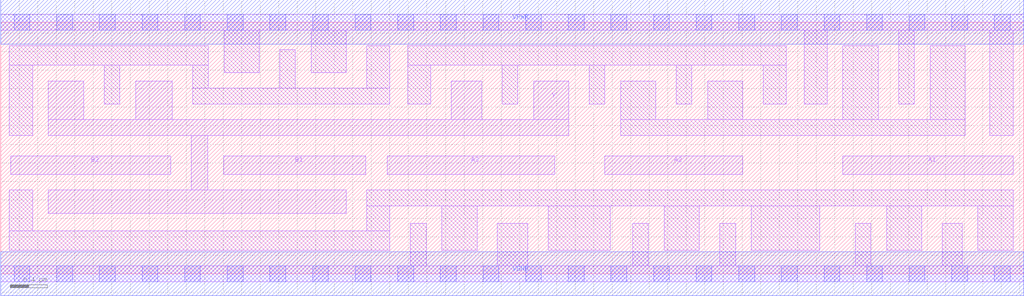
<source format=lef>
# Copyright 2020 The SkyWater PDK Authors
#
# Licensed under the Apache License, Version 2.0 (the "License");
# you may not use this file except in compliance with the License.
# You may obtain a copy of the License at
#
#     https://www.apache.org/licenses/LICENSE-2.0
#
# Unless required by applicable law or agreed to in writing, software
# distributed under the License is distributed on an "AS IS" BASIS,
# WITHOUT WARRANTIES OR CONDITIONS OF ANY KIND, either express or implied.
# See the License for the specific language governing permissions and
# limitations under the License.
#
# SPDX-License-Identifier: Apache-2.0

VERSION 5.7 ;
BUSBITCHARS "[]" ;
DIVIDERCHAR "/" ;
PROPERTYDEFINITIONS
  MACRO maskLayoutSubType STRING ;
  MACRO prCellType STRING ;
  MACRO originalViewName STRING ;
END PROPERTYDEFINITIONS
MACRO sky130_fd_sc_hdll__o32ai_4
  ORIGIN  0.000000  0.000000 ;
  CLASS CORE ;
  SYMMETRY X Y R90 ;
  SIZE  11.04000 BY  2.720000 ;
  SITE unithd ;
  PIN A1
    ANTENNAGATEAREA  1.110000 ;
    DIRECTION INPUT ;
    USE SIGNAL ;
    PORT
      LAYER li1 ;
        RECT 9.090000 1.075000 10.925000 1.275000 ;
    END
  END A1
  PIN A2
    ANTENNAGATEAREA  1.110000 ;
    DIRECTION INPUT ;
    USE SIGNAL ;
    PORT
      LAYER li1 ;
        RECT 6.520000 1.075000 8.010000 1.275000 ;
    END
  END A2
  PIN A3
    ANTENNAGATEAREA  1.110000 ;
    DIRECTION INPUT ;
    USE SIGNAL ;
    PORT
      LAYER li1 ;
        RECT 4.170000 1.075000 5.980000 1.275000 ;
    END
  END A3
  PIN B1
    ANTENNAGATEAREA  1.110000 ;
    DIRECTION INPUT ;
    USE SIGNAL ;
    PORT
      LAYER li1 ;
        RECT 2.405000 1.075000 3.940000 1.275000 ;
    END
  END B1
  PIN B2
    ANTENNAGATEAREA  1.110000 ;
    DIRECTION INPUT ;
    USE SIGNAL ;
    PORT
      LAYER li1 ;
        RECT 0.110000 1.075000 1.835000 1.275000 ;
    END
  END B2
  PIN VGND
    DIRECTION INOUT ;
    USE SIGNAL ;
    PORT
      LAYER met1 ;
        RECT 0.000000 -0.240000 11.040000 0.240000 ;
    END
  END VGND
  PIN VPWR
    DIRECTION INOUT ;
    USE SIGNAL ;
    PORT
      LAYER met1 ;
        RECT 0.000000 2.480000 11.040000 2.960000 ;
    END
  END VPWR
  PIN Y
    ANTENNADIFFAREA  2.024500 ;
    DIRECTION OUTPUT ;
    USE SIGNAL ;
    PORT
      LAYER li1 ;
        RECT 0.515000 0.655000 3.730000 0.905000 ;
        RECT 0.515000 1.495000 6.130000 1.665000 ;
        RECT 0.515000 1.665000 0.895000 2.085000 ;
        RECT 1.455000 1.665000 1.850000 2.085000 ;
        RECT 2.055000 0.905000 2.235000 1.495000 ;
        RECT 4.860000 1.665000 5.190000 2.085000 ;
        RECT 5.750000 1.665000 6.130000 2.085000 ;
    END
  END Y
  OBS
    LAYER li1 ;
      RECT  0.000000 -0.085000 11.040000 0.085000 ;
      RECT  0.000000  2.635000 11.040000 2.805000 ;
      RECT  0.090000  0.255000  4.200000 0.465000 ;
      RECT  0.090000  0.465000  0.345000 0.905000 ;
      RECT  0.090000  1.495000  0.345000 2.255000 ;
      RECT  0.090000  2.255000  2.240000 2.465000 ;
      RECT  1.115000  1.835000  1.285000 2.255000 ;
      RECT  2.070000  1.835000  4.200000 2.005000 ;
      RECT  2.070000  2.005000  2.240000 2.255000 ;
      RECT  2.410000  2.175000  2.790000 2.635000 ;
      RECT  3.010000  2.005000  3.180000 2.425000 ;
      RECT  3.350000  2.175000  3.730000 2.635000 ;
      RECT  3.950000  0.465000  4.200000 0.735000 ;
      RECT  3.950000  0.735000 10.925000 0.905000 ;
      RECT  3.950000  2.005000  4.200000 2.465000 ;
      RECT  4.390000  1.835000  4.640000 2.255000 ;
      RECT  4.390000  2.255000  8.480000 2.465000 ;
      RECT  4.420000  0.085000  4.590000 0.545000 ;
      RECT  4.760000  0.255000  5.140000 0.735000 ;
      RECT  5.360000  0.085000  5.690000 0.545000 ;
      RECT  5.410000  1.835000  5.580000 2.255000 ;
      RECT  5.910000  0.255000  6.580000 0.735000 ;
      RECT  6.350000  1.835000  6.520000 2.255000 ;
      RECT  6.690000  1.495000 10.410000 1.665000 ;
      RECT  6.690000  1.665000  7.070000 2.085000 ;
      RECT  6.820000  0.085000  6.990000 0.545000 ;
      RECT  7.160000  0.255000  7.540000 0.735000 ;
      RECT  7.290000  1.835000  7.460000 2.255000 ;
      RECT  7.630000  1.665000  8.010000 2.085000 ;
      RECT  7.760000  0.085000  7.930000 0.545000 ;
      RECT  8.100000  0.255000  8.840000 0.735000 ;
      RECT  8.230000  1.835000  8.480000 2.255000 ;
      RECT  8.670000  1.835000  8.920000 2.635000 ;
      RECT  9.090000  1.665000  9.470000 2.465000 ;
      RECT  9.220000  0.085000  9.390000 0.545000 ;
      RECT  9.560000  0.255000  9.940000 0.735000 ;
      RECT  9.690000  1.835000  9.860000 2.635000 ;
      RECT 10.030000  1.665000 10.410000 2.465000 ;
      RECT 10.160000  0.085000 10.375000 0.545000 ;
      RECT 10.545000  0.255000 10.925000 0.735000 ;
      RECT 10.675000  1.495000 10.925000 2.635000 ;
    LAYER mcon ;
      RECT  0.145000 -0.085000  0.315000 0.085000 ;
      RECT  0.145000  2.635000  0.315000 2.805000 ;
      RECT  0.605000 -0.085000  0.775000 0.085000 ;
      RECT  0.605000  2.635000  0.775000 2.805000 ;
      RECT  1.065000 -0.085000  1.235000 0.085000 ;
      RECT  1.065000  2.635000  1.235000 2.805000 ;
      RECT  1.525000 -0.085000  1.695000 0.085000 ;
      RECT  1.525000  2.635000  1.695000 2.805000 ;
      RECT  1.985000 -0.085000  2.155000 0.085000 ;
      RECT  1.985000  2.635000  2.155000 2.805000 ;
      RECT  2.445000 -0.085000  2.615000 0.085000 ;
      RECT  2.445000  2.635000  2.615000 2.805000 ;
      RECT  2.905000 -0.085000  3.075000 0.085000 ;
      RECT  2.905000  2.635000  3.075000 2.805000 ;
      RECT  3.365000 -0.085000  3.535000 0.085000 ;
      RECT  3.365000  2.635000  3.535000 2.805000 ;
      RECT  3.825000 -0.085000  3.995000 0.085000 ;
      RECT  3.825000  2.635000  3.995000 2.805000 ;
      RECT  4.285000 -0.085000  4.455000 0.085000 ;
      RECT  4.285000  2.635000  4.455000 2.805000 ;
      RECT  4.745000 -0.085000  4.915000 0.085000 ;
      RECT  4.745000  2.635000  4.915000 2.805000 ;
      RECT  5.205000 -0.085000  5.375000 0.085000 ;
      RECT  5.205000  2.635000  5.375000 2.805000 ;
      RECT  5.665000 -0.085000  5.835000 0.085000 ;
      RECT  5.665000  2.635000  5.835000 2.805000 ;
      RECT  6.125000 -0.085000  6.295000 0.085000 ;
      RECT  6.125000  2.635000  6.295000 2.805000 ;
      RECT  6.585000 -0.085000  6.755000 0.085000 ;
      RECT  6.585000  2.635000  6.755000 2.805000 ;
      RECT  7.045000 -0.085000  7.215000 0.085000 ;
      RECT  7.045000  2.635000  7.215000 2.805000 ;
      RECT  7.505000 -0.085000  7.675000 0.085000 ;
      RECT  7.505000  2.635000  7.675000 2.805000 ;
      RECT  7.965000 -0.085000  8.135000 0.085000 ;
      RECT  7.965000  2.635000  8.135000 2.805000 ;
      RECT  8.425000 -0.085000  8.595000 0.085000 ;
      RECT  8.425000  2.635000  8.595000 2.805000 ;
      RECT  8.885000 -0.085000  9.055000 0.085000 ;
      RECT  8.885000  2.635000  9.055000 2.805000 ;
      RECT  9.345000 -0.085000  9.515000 0.085000 ;
      RECT  9.345000  2.635000  9.515000 2.805000 ;
      RECT  9.805000 -0.085000  9.975000 0.085000 ;
      RECT  9.805000  2.635000  9.975000 2.805000 ;
      RECT 10.265000 -0.085000 10.435000 0.085000 ;
      RECT 10.265000  2.635000 10.435000 2.805000 ;
      RECT 10.725000 -0.085000 10.895000 0.085000 ;
      RECT 10.725000  2.635000 10.895000 2.805000 ;
  END
  PROPERTY maskLayoutSubType "abstract" ;
  PROPERTY prCellType "standard" ;
  PROPERTY originalViewName "layout" ;
END sky130_fd_sc_hdll__o32ai_4
END LIBRARY

</source>
